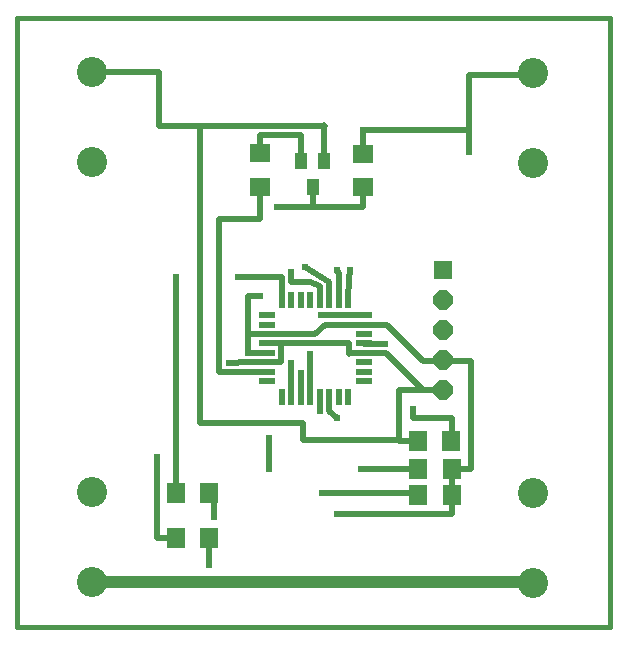
<source format=gbr>
G75*
G70*
%OFA0B0*%
%FSLAX24Y24*%
%IPPOS*%
%LPD*%
%AMOC8*
5,1,8,0,0,1.08239X$1,22.5*
%
%ADD10C,0.0000*%
%ADD11C,0.0160*%
%ADD12R,0.0580X0.0200*%
%ADD13R,0.0200X0.0580*%
%ADD14R,0.0630X0.0709*%
%ADD15R,0.0709X0.0630*%
%ADD16R,0.0640X0.0640*%
%ADD17OC8,0.0640*%
%ADD18R,0.0630X0.0710*%
%ADD19C,0.1005*%
%ADD20R,0.0710X0.0630*%
%ADD21R,0.0394X0.0551*%
%ADD22C,0.0200*%
%ADD23C,0.0238*%
%ADD24C,0.0400*%
D10*
X000180Y000140D02*
X000180Y020500D01*
X000180Y020510D01*
X019922Y020510D01*
X019922Y000140D01*
X000180Y000140D01*
D11*
X000180Y000180D02*
X019940Y000180D01*
X019940Y020500D01*
X000180Y020500D01*
X000180Y000180D01*
X010260Y011098D02*
X010266Y011098D01*
D12*
X011726Y010578D03*
X011726Y010268D03*
X011726Y009948D03*
X011726Y009638D03*
X011726Y009318D03*
X011726Y009008D03*
X011726Y008688D03*
X011726Y008378D03*
X008486Y008378D03*
X008486Y008688D03*
X008486Y009008D03*
X008486Y009318D03*
X008486Y009638D03*
X008486Y009948D03*
X008486Y010268D03*
X008486Y010578D03*
D13*
X009006Y011098D03*
X009316Y011098D03*
X009636Y011098D03*
X009946Y011098D03*
X010266Y011098D03*
X010576Y011098D03*
X010896Y011098D03*
X011206Y011098D03*
X011206Y007858D03*
X010896Y007858D03*
X010576Y007858D03*
X010266Y007858D03*
X009946Y007858D03*
X009636Y007858D03*
X009316Y007858D03*
X009006Y007858D03*
D14*
X006571Y003140D03*
X005469Y003140D03*
X013520Y006393D03*
X014622Y006393D03*
D15*
X011690Y014847D03*
X011690Y015949D03*
D16*
X014369Y012081D03*
D17*
X014369Y011081D03*
X014369Y010081D03*
X014369Y009081D03*
X014369Y008081D03*
D18*
X014660Y005460D03*
X014660Y004600D03*
X013540Y004600D03*
X013540Y005460D03*
X006580Y004660D03*
X005460Y004660D03*
D19*
X002680Y004690D03*
X002680Y001690D03*
X002680Y015690D03*
X002680Y018690D03*
X017369Y018640D03*
X017369Y015640D03*
X017369Y004640D03*
X017369Y001640D03*
D20*
X008260Y014860D03*
X008260Y015980D03*
D21*
X009646Y015733D03*
X010394Y015733D03*
X010020Y014867D03*
D22*
X010020Y014180D01*
X010180Y014180D01*
X008820Y014180D01*
X008260Y013780D02*
X008260Y014900D01*
X008260Y015980D02*
X008260Y016580D01*
X009646Y016580D01*
X009646Y015733D01*
X010394Y015733D02*
X010394Y016930D01*
X010420Y016900D02*
X006260Y016900D01*
X006260Y006980D01*
X009690Y006980D01*
X009700Y006980D02*
X009700Y006420D01*
X012900Y006420D01*
X012900Y008100D01*
X013700Y008100D01*
X014350Y008100D01*
X014369Y008081D01*
X013700Y008100D02*
X012482Y009318D01*
X011726Y009318D01*
X011220Y009318D01*
X011220Y009300D01*
X011220Y009638D01*
X008980Y009638D01*
X008980Y009060D01*
X008980Y009008D01*
X008486Y009008D01*
X007860Y009008D01*
X007220Y008980D01*
X006900Y008688D02*
X006900Y013780D01*
X008260Y013780D01*
X009300Y012020D02*
X009300Y011700D01*
X009940Y011700D01*
X010260Y011540D01*
X010260Y011098D01*
X010576Y011098D02*
X010580Y011700D01*
X009780Y012180D01*
X009006Y011860D02*
X009006Y011098D01*
X008260Y011220D02*
X007860Y011220D01*
X007860Y009940D01*
X008500Y009940D01*
X010100Y009940D01*
X010428Y010268D01*
X011726Y010268D01*
X012492Y010268D01*
X013700Y009060D01*
X014347Y009060D01*
X015300Y009060D01*
X015300Y005460D01*
X014660Y005460D01*
X014660Y004600D01*
X014660Y003940D01*
X010820Y003940D01*
X010340Y004660D02*
X013480Y004660D01*
X013540Y004600D01*
X013540Y005460D02*
X011620Y005460D01*
X012900Y006393D02*
X012900Y006420D01*
X012900Y006393D02*
X013520Y006393D01*
X013380Y007140D02*
X013380Y007460D01*
X013380Y007140D02*
X014660Y007140D01*
X014660Y006393D01*
X014622Y006393D01*
X014347Y009060D02*
X014369Y009081D01*
X012420Y009620D02*
X011726Y009620D01*
X011726Y009638D01*
X011726Y010578D02*
X010340Y010578D01*
X010300Y010580D01*
X010896Y011098D02*
X010900Y011940D01*
X010820Y012100D01*
X011260Y012100D02*
X011220Y011780D01*
X011206Y011098D01*
X009940Y009300D02*
X009940Y007858D01*
X009946Y007858D01*
X010266Y007858D02*
X010266Y007380D01*
X010260Y007380D01*
X010576Y007380D02*
X010576Y007858D01*
X010576Y007380D02*
X010580Y007380D01*
X010820Y007140D01*
X009620Y007940D02*
X009620Y008660D01*
X009316Y008980D02*
X009300Y008980D01*
X009316Y008980D02*
X009316Y007858D01*
X008486Y008688D02*
X006900Y008688D01*
X007860Y009318D02*
X008486Y009318D01*
X007860Y009318D01*
X007860Y009940D01*
X008486Y009638D02*
X008980Y009638D01*
X009006Y011860D02*
X007540Y011860D01*
X005460Y011860D02*
X005460Y011860D01*
X005460Y004660D01*
X006580Y004660D02*
X006740Y004660D01*
X006740Y003860D01*
X006580Y003140D02*
X006580Y002260D01*
X006571Y003140D02*
X006580Y003140D01*
X005469Y003140D02*
X004820Y003140D01*
X004820Y005860D01*
X008580Y005460D02*
X008580Y006500D01*
X010180Y014180D02*
X011690Y014180D01*
X011690Y014847D01*
X011690Y015949D02*
X011700Y015949D01*
X011700Y016740D01*
X015220Y016740D01*
X015220Y016020D01*
X015220Y016740D02*
X015220Y018420D01*
X015220Y018580D01*
X017369Y018580D01*
X006260Y016900D02*
X004900Y016900D01*
X004900Y018690D01*
X002680Y018690D01*
D23*
X008820Y014180D03*
X009300Y012020D03*
X009780Y012180D03*
X010820Y012100D03*
X011260Y012100D03*
X010300Y010580D03*
X009940Y009300D03*
X009620Y008660D03*
X009300Y008980D03*
X007860Y009318D03*
X007220Y008980D03*
X008260Y011220D03*
X007540Y011860D03*
X005460Y011860D03*
X010260Y007380D03*
X010820Y007140D03*
X011620Y005460D03*
X010340Y004660D03*
X010820Y003940D03*
X008580Y005460D03*
X008580Y006500D03*
X006740Y003860D03*
X006580Y002260D03*
X004820Y005860D03*
X012420Y009620D03*
X013380Y007460D03*
X015220Y016020D03*
X011700Y016740D03*
D24*
X017129Y001690D02*
X002680Y001690D01*
X017129Y001690D02*
X017369Y001640D01*
M02*

</source>
